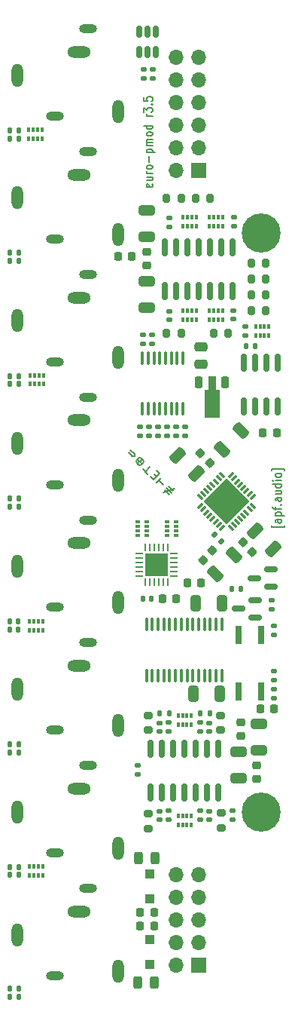
<source format=gbr>
%TF.GenerationSoftware,KiCad,Pcbnew,9.0.2*%
%TF.CreationDate,2025-05-30T14:59:29+02:00*%
%TF.ProjectId,eurorack-pmod-pcb,6575726f-7261-4636-9b2d-706d6f642d70,rev?*%
%TF.SameCoordinates,Original*%
%TF.FileFunction,Soldermask,Top*%
%TF.FilePolarity,Negative*%
%FSLAX46Y46*%
G04 Gerber Fmt 4.6, Leading zero omitted, Abs format (unit mm)*
G04 Created by KiCad (PCBNEW 9.0.2) date 2025-05-30 14:59:29*
%MOMM*%
%LPD*%
G01*
G04 APERTURE LIST*
G04 Aperture macros list*
%AMRoundRect*
0 Rectangle with rounded corners*
0 $1 Rounding radius*
0 $2 $3 $4 $5 $6 $7 $8 $9 X,Y pos of 4 corners*
0 Add a 4 corners polygon primitive as box body*
4,1,4,$2,$3,$4,$5,$6,$7,$8,$9,$2,$3,0*
0 Add four circle primitives for the rounded corners*
1,1,$1+$1,$2,$3*
1,1,$1+$1,$4,$5*
1,1,$1+$1,$6,$7*
1,1,$1+$1,$8,$9*
0 Add four rect primitives between the rounded corners*
20,1,$1+$1,$2,$3,$4,$5,0*
20,1,$1+$1,$4,$5,$6,$7,0*
20,1,$1+$1,$6,$7,$8,$9,0*
20,1,$1+$1,$8,$9,$2,$3,0*%
%AMRotRect*
0 Rectangle, with rotation*
0 The origin of the aperture is its center*
0 $1 length*
0 $2 width*
0 $3 Rotation angle, in degrees counterclockwise*
0 Add horizontal line*
21,1,$1,$2,0,0,$3*%
%AMFreePoly0*
4,1,9,3.862500,-0.866500,0.737500,-0.866500,0.737500,-0.450000,-0.737500,-0.450000,-0.737500,0.450000,0.737500,0.450000,0.737500,0.866500,3.862500,0.866500,3.862500,-0.866500,3.862500,-0.866500,$1*%
G04 Aperture macros list end*
%ADD10C,0.150000*%
%ADD11RoundRect,0.147500X0.147500X0.172500X-0.147500X0.172500X-0.147500X-0.172500X0.147500X-0.172500X0*%
%ADD12RoundRect,0.200000X-0.200000X-0.275000X0.200000X-0.275000X0.200000X0.275000X-0.200000X0.275000X0*%
%ADD13RoundRect,0.150000X-0.150000X0.825000X-0.150000X-0.825000X0.150000X-0.825000X0.150000X0.825000X0*%
%ADD14RoundRect,0.140000X0.170000X-0.140000X0.170000X0.140000X-0.170000X0.140000X-0.170000X-0.140000X0*%
%ADD15RoundRect,0.135000X0.185000X-0.135000X0.185000X0.135000X-0.185000X0.135000X-0.185000X-0.135000X0*%
%ADD16R,0.400000X0.500000*%
%ADD17R,0.300000X0.500000*%
%ADD18RoundRect,0.200000X0.275000X-0.200000X0.275000X0.200000X-0.275000X0.200000X-0.275000X-0.200000X0*%
%ADD19RoundRect,0.225000X-0.335876X-0.017678X-0.017678X-0.335876X0.335876X0.017678X0.017678X0.335876X0*%
%ADD20RoundRect,0.250000X-0.650000X0.325000X-0.650000X-0.325000X0.650000X-0.325000X0.650000X0.325000X0*%
%ADD21RoundRect,0.135000X-0.185000X0.135000X-0.185000X-0.135000X0.185000X-0.135000X0.185000X0.135000X0*%
%ADD22O,1.308000X2.616000*%
%ADD23O,2.016000X1.008000*%
%ADD24O,2.616000X1.308000*%
%ADD25R,1.100000X1.100000*%
%ADD26RoundRect,0.250000X0.229810X-0.689429X0.689429X-0.229810X-0.229810X0.689429X-0.689429X0.229810X0*%
%ADD27RoundRect,0.140000X-0.170000X0.140000X-0.170000X-0.140000X0.170000X-0.140000X0.170000X0.140000X0*%
%ADD28C,0.700000*%
%ADD29C,4.400000*%
%ADD30RoundRect,0.200000X-0.275000X0.200000X-0.275000X-0.200000X0.275000X-0.200000X0.275000X0.200000X0*%
%ADD31RoundRect,0.062500X0.282843X-0.194454X-0.194454X0.282843X-0.282843X0.194454X0.194454X-0.282843X0*%
%ADD32RoundRect,0.062500X0.282843X0.194454X0.194454X0.282843X-0.282843X-0.194454X-0.194454X-0.282843X0*%
%ADD33RotRect,3.700000X3.700000X135.000000*%
%ADD34RoundRect,0.140000X0.140000X0.170000X-0.140000X0.170000X-0.140000X-0.170000X0.140000X-0.170000X0*%
%ADD35RoundRect,0.225000X-0.225000X-0.250000X0.225000X-0.250000X0.225000X0.250000X-0.225000X0.250000X0*%
%ADD36RoundRect,0.135000X-0.226274X-0.035355X-0.035355X-0.226274X0.226274X0.035355X0.035355X0.226274X0*%
%ADD37R,1.700000X1.700000*%
%ADD38O,1.700000X1.700000*%
%ADD39RoundRect,0.200000X0.200000X0.275000X-0.200000X0.275000X-0.200000X-0.275000X0.200000X-0.275000X0*%
%ADD40RoundRect,0.250000X0.475000X-0.250000X0.475000X0.250000X-0.475000X0.250000X-0.475000X-0.250000X0*%
%ADD41RoundRect,0.135000X-0.135000X-0.185000X0.135000X-0.185000X0.135000X0.185000X-0.135000X0.185000X0*%
%ADD42RoundRect,0.100000X-0.100000X0.637500X-0.100000X-0.637500X0.100000X-0.637500X0.100000X0.637500X0*%
%ADD43RoundRect,0.250000X0.325000X0.650000X-0.325000X0.650000X-0.325000X-0.650000X0.325000X-0.650000X0*%
%ADD44RoundRect,0.225000X0.225000X0.250000X-0.225000X0.250000X-0.225000X-0.250000X0.225000X-0.250000X0*%
%ADD45RoundRect,0.250000X-0.229810X0.689429X-0.689429X0.229810X0.229810X-0.689429X0.689429X-0.229810X0*%
%ADD46RoundRect,0.225000X0.335876X0.017678X0.017678X0.335876X-0.335876X-0.017678X-0.017678X-0.335876X0*%
%ADD47RoundRect,0.225000X-0.225000X0.425000X-0.225000X-0.425000X0.225000X-0.425000X0.225000X0.425000X0*%
%ADD48FreePoly0,270.000000*%
%ADD49RoundRect,0.250000X0.689429X0.229810X0.229810X0.689429X-0.689429X-0.229810X-0.229810X-0.689429X0*%
%ADD50RoundRect,0.225000X-0.250000X0.225000X-0.250000X-0.225000X0.250000X-0.225000X0.250000X0.225000X0*%
%ADD51RoundRect,0.218750X-0.218750X-0.256250X0.218750X-0.256250X0.218750X0.256250X-0.218750X0.256250X0*%
%ADD52RoundRect,0.243750X0.243750X0.456250X-0.243750X0.456250X-0.243750X-0.456250X0.243750X-0.456250X0*%
%ADD53RoundRect,0.135000X0.135000X0.185000X-0.135000X0.185000X-0.135000X-0.185000X0.135000X-0.185000X0*%
%ADD54RoundRect,0.150000X0.587500X0.150000X-0.587500X0.150000X-0.587500X-0.150000X0.587500X-0.150000X0*%
%ADD55R,0.500000X0.400000*%
%ADD56R,0.500000X0.300000*%
%ADD57RoundRect,0.150000X0.150000X-0.825000X0.150000X0.825000X-0.150000X0.825000X-0.150000X-0.825000X0*%
%ADD58RoundRect,0.225000X0.017678X-0.335876X0.335876X-0.017678X-0.017678X0.335876X-0.335876X0.017678X0*%
%ADD59RoundRect,0.062500X0.062500X-0.350000X0.062500X0.350000X-0.062500X0.350000X-0.062500X-0.350000X0*%
%ADD60RoundRect,0.062500X0.350000X-0.062500X0.350000X0.062500X-0.350000X0.062500X-0.350000X-0.062500X0*%
%ADD61R,2.600000X2.600000*%
%ADD62R,0.640000X2.000000*%
%ADD63RoundRect,0.150000X0.150000X-0.512500X0.150000X0.512500X-0.150000X0.512500X-0.150000X-0.512500X0*%
%ADD64RoundRect,0.250000X-0.689429X-0.229810X-0.229810X-0.689429X0.689429X0.229810X0.229810X0.689429X0*%
%ADD65RoundRect,0.225000X0.250000X-0.225000X0.250000X0.225000X-0.250000X0.225000X-0.250000X-0.225000X0*%
G04 APERTURE END LIST*
D10*
X-3251800Y-18263125D02*
X-3204180Y-18344077D01*
X-3204180Y-18344077D02*
X-3204180Y-18505982D01*
X-3204180Y-18505982D02*
X-3251800Y-18586935D01*
X-3251800Y-18586935D02*
X-3347038Y-18627411D01*
X-3347038Y-18627411D02*
X-3727990Y-18627411D01*
X-3727990Y-18627411D02*
X-3823228Y-18586935D01*
X-3823228Y-18586935D02*
X-3870847Y-18505982D01*
X-3870847Y-18505982D02*
X-3870847Y-18344077D01*
X-3870847Y-18344077D02*
X-3823228Y-18263125D01*
X-3823228Y-18263125D02*
X-3727990Y-18222649D01*
X-3727990Y-18222649D02*
X-3632752Y-18222649D01*
X-3632752Y-18222649D02*
X-3537514Y-18627411D01*
X-3870847Y-17494078D02*
X-3204180Y-17494078D01*
X-3870847Y-17858364D02*
X-3347038Y-17858364D01*
X-3347038Y-17858364D02*
X-3251800Y-17817887D01*
X-3251800Y-17817887D02*
X-3204180Y-17736935D01*
X-3204180Y-17736935D02*
X-3204180Y-17615506D01*
X-3204180Y-17615506D02*
X-3251800Y-17534554D01*
X-3251800Y-17534554D02*
X-3299419Y-17494078D01*
X-3204180Y-17089316D02*
X-3870847Y-17089316D01*
X-3680371Y-17089316D02*
X-3775609Y-17048839D01*
X-3775609Y-17048839D02*
X-3823228Y-17008363D01*
X-3823228Y-17008363D02*
X-3870847Y-16927411D01*
X-3870847Y-16927411D02*
X-3870847Y-16846458D01*
X-3204180Y-16441697D02*
X-3251800Y-16522649D01*
X-3251800Y-16522649D02*
X-3299419Y-16563126D01*
X-3299419Y-16563126D02*
X-3394657Y-16603602D01*
X-3394657Y-16603602D02*
X-3680371Y-16603602D01*
X-3680371Y-16603602D02*
X-3775609Y-16563126D01*
X-3775609Y-16563126D02*
X-3823228Y-16522649D01*
X-3823228Y-16522649D02*
X-3870847Y-16441697D01*
X-3870847Y-16441697D02*
X-3870847Y-16320268D01*
X-3870847Y-16320268D02*
X-3823228Y-16239316D01*
X-3823228Y-16239316D02*
X-3775609Y-16198840D01*
X-3775609Y-16198840D02*
X-3680371Y-16158364D01*
X-3680371Y-16158364D02*
X-3394657Y-16158364D01*
X-3394657Y-16158364D02*
X-3299419Y-16198840D01*
X-3299419Y-16198840D02*
X-3251800Y-16239316D01*
X-3251800Y-16239316D02*
X-3204180Y-16320268D01*
X-3204180Y-16320268D02*
X-3204180Y-16441697D01*
X-3585133Y-15794078D02*
X-3585133Y-15146459D01*
X-3870847Y-14741697D02*
X-2870847Y-14741697D01*
X-3823228Y-14741697D02*
X-3870847Y-14660744D01*
X-3870847Y-14660744D02*
X-3870847Y-14498839D01*
X-3870847Y-14498839D02*
X-3823228Y-14417887D01*
X-3823228Y-14417887D02*
X-3775609Y-14377411D01*
X-3775609Y-14377411D02*
X-3680371Y-14336935D01*
X-3680371Y-14336935D02*
X-3394657Y-14336935D01*
X-3394657Y-14336935D02*
X-3299419Y-14377411D01*
X-3299419Y-14377411D02*
X-3251800Y-14417887D01*
X-3251800Y-14417887D02*
X-3204180Y-14498839D01*
X-3204180Y-14498839D02*
X-3204180Y-14660744D01*
X-3204180Y-14660744D02*
X-3251800Y-14741697D01*
X-3204180Y-13972649D02*
X-3870847Y-13972649D01*
X-3775609Y-13972649D02*
X-3823228Y-13932172D01*
X-3823228Y-13932172D02*
X-3870847Y-13851220D01*
X-3870847Y-13851220D02*
X-3870847Y-13729791D01*
X-3870847Y-13729791D02*
X-3823228Y-13648839D01*
X-3823228Y-13648839D02*
X-3727990Y-13608363D01*
X-3727990Y-13608363D02*
X-3204180Y-13608363D01*
X-3727990Y-13608363D02*
X-3823228Y-13567887D01*
X-3823228Y-13567887D02*
X-3870847Y-13486934D01*
X-3870847Y-13486934D02*
X-3870847Y-13365506D01*
X-3870847Y-13365506D02*
X-3823228Y-13284553D01*
X-3823228Y-13284553D02*
X-3727990Y-13244077D01*
X-3727990Y-13244077D02*
X-3204180Y-13244077D01*
X-3204180Y-12717887D02*
X-3251800Y-12798839D01*
X-3251800Y-12798839D02*
X-3299419Y-12839316D01*
X-3299419Y-12839316D02*
X-3394657Y-12879792D01*
X-3394657Y-12879792D02*
X-3680371Y-12879792D01*
X-3680371Y-12879792D02*
X-3775609Y-12839316D01*
X-3775609Y-12839316D02*
X-3823228Y-12798839D01*
X-3823228Y-12798839D02*
X-3870847Y-12717887D01*
X-3870847Y-12717887D02*
X-3870847Y-12596458D01*
X-3870847Y-12596458D02*
X-3823228Y-12515506D01*
X-3823228Y-12515506D02*
X-3775609Y-12475030D01*
X-3775609Y-12475030D02*
X-3680371Y-12434554D01*
X-3680371Y-12434554D02*
X-3394657Y-12434554D01*
X-3394657Y-12434554D02*
X-3299419Y-12475030D01*
X-3299419Y-12475030D02*
X-3251800Y-12515506D01*
X-3251800Y-12515506D02*
X-3204180Y-12596458D01*
X-3204180Y-12596458D02*
X-3204180Y-12717887D01*
X-3204180Y-11705982D02*
X-4204180Y-11705982D01*
X-3251800Y-11705982D02*
X-3204180Y-11786934D01*
X-3204180Y-11786934D02*
X-3204180Y-11948839D01*
X-3204180Y-11948839D02*
X-3251800Y-12029791D01*
X-3251800Y-12029791D02*
X-3299419Y-12070268D01*
X-3299419Y-12070268D02*
X-3394657Y-12110744D01*
X-3394657Y-12110744D02*
X-3680371Y-12110744D01*
X-3680371Y-12110744D02*
X-3775609Y-12070268D01*
X-3775609Y-12070268D02*
X-3823228Y-12029791D01*
X-3823228Y-12029791D02*
X-3870847Y-11948839D01*
X-3870847Y-11948839D02*
X-3870847Y-11786934D01*
X-3870847Y-11786934D02*
X-3823228Y-11705982D01*
X-3204180Y-10653601D02*
X-3870847Y-10653601D01*
X-3680371Y-10653601D02*
X-3775609Y-10613124D01*
X-3775609Y-10613124D02*
X-3823228Y-10572648D01*
X-3823228Y-10572648D02*
X-3870847Y-10491696D01*
X-3870847Y-10491696D02*
X-3870847Y-10410743D01*
X-4204180Y-10208363D02*
X-4204180Y-9682172D01*
X-4204180Y-9682172D02*
X-3823228Y-9965506D01*
X-3823228Y-9965506D02*
X-3823228Y-9844077D01*
X-3823228Y-9844077D02*
X-3775609Y-9763125D01*
X-3775609Y-9763125D02*
X-3727990Y-9722649D01*
X-3727990Y-9722649D02*
X-3632752Y-9682172D01*
X-3632752Y-9682172D02*
X-3394657Y-9682172D01*
X-3394657Y-9682172D02*
X-3299419Y-9722649D01*
X-3299419Y-9722649D02*
X-3251800Y-9763125D01*
X-3251800Y-9763125D02*
X-3204180Y-9844077D01*
X-3204180Y-9844077D02*
X-3204180Y-10086934D01*
X-3204180Y-10086934D02*
X-3251800Y-10167887D01*
X-3251800Y-10167887D02*
X-3299419Y-10208363D01*
X-3299419Y-9317887D02*
X-3251800Y-9277410D01*
X-3251800Y-9277410D02*
X-3204180Y-9317887D01*
X-3204180Y-9317887D02*
X-3251800Y-9358363D01*
X-3251800Y-9358363D02*
X-3299419Y-9317887D01*
X-3299419Y-9317887D02*
X-3204180Y-9317887D01*
X-4204180Y-8508363D02*
X-4204180Y-8913125D01*
X-4204180Y-8913125D02*
X-3727990Y-8953601D01*
X-3727990Y-8953601D02*
X-3775609Y-8913125D01*
X-3775609Y-8913125D02*
X-3823228Y-8832172D01*
X-3823228Y-8832172D02*
X-3823228Y-8629791D01*
X-3823228Y-8629791D02*
X-3775609Y-8548839D01*
X-3775609Y-8548839D02*
X-3727990Y-8508363D01*
X-3727990Y-8508363D02*
X-3632752Y-8467886D01*
X-3632752Y-8467886D02*
X-3394657Y-8467886D01*
X-3394657Y-8467886D02*
X-3299419Y-8508363D01*
X-3299419Y-8508363D02*
X-3251800Y-8548839D01*
X-3251800Y-8548839D02*
X-3204180Y-8629791D01*
X-3204180Y-8629791D02*
X-3204180Y-8832172D01*
X-3204180Y-8832172D02*
X-3251800Y-8913125D01*
X-3251800Y-8913125D02*
X-3299419Y-8953601D01*
X-5867432Y-48381060D02*
X-5429700Y-48818793D01*
X-5665402Y-48179030D02*
X-5227669Y-48616763D01*
X-5227669Y-48482076D02*
X-5227669Y-48818793D01*
X-5227669Y-48818793D02*
X-5564387Y-48818793D01*
X-4419547Y-49088167D02*
X-4284860Y-49222854D01*
X-4284860Y-49222854D02*
X-4217517Y-49424885D01*
X-4217517Y-49424885D02*
X-4284860Y-49626915D01*
X-4284860Y-49626915D02*
X-4419547Y-49761602D01*
X-4419547Y-49761602D02*
X-4621578Y-49828946D01*
X-4621578Y-49828946D02*
X-4823608Y-49761602D01*
X-4823608Y-49761602D02*
X-4958295Y-49626915D01*
X-4958295Y-49626915D02*
X-5025639Y-49424885D01*
X-5025639Y-49424885D02*
X-4958295Y-49222854D01*
X-4958295Y-49222854D02*
X-4823608Y-49088167D01*
X-4823608Y-49088167D02*
X-4621578Y-49020823D01*
X-4621578Y-49020823D02*
X-4419547Y-49088167D01*
X-4823608Y-49222854D02*
X-4419547Y-49626915D01*
X-4419547Y-49222854D02*
X-4823608Y-49626915D01*
X-4284860Y-50300350D02*
X-3746112Y-50839098D01*
X-4015486Y-50569724D02*
X-3476738Y-50030976D01*
X-2735960Y-51108472D02*
X-2971662Y-50872769D01*
X-3443067Y-51142144D02*
X-3106349Y-51478861D01*
X-3106349Y-51478861D02*
X-2399242Y-50771754D01*
X-2399242Y-50771754D02*
X-2735960Y-50435037D01*
X-2769632Y-51815579D02*
X-2230884Y-51276831D01*
X-2500258Y-51546205D02*
X-1961510Y-52084953D01*
X-1826823Y-52623700D02*
X-1288075Y-53162448D01*
X-1624792Y-52421670D02*
X-1086044Y-52960418D01*
X-1422762Y-52219639D02*
X-884014Y-52758387D01*
X-749327Y-52489013D02*
X-1961510Y-52893074D01*
X11633152Y-56606077D02*
X11633152Y-56808458D01*
X11633152Y-56808458D02*
X10204580Y-56808458D01*
X10204580Y-56808458D02*
X10204580Y-56606077D01*
X11299819Y-55917982D02*
X10776009Y-55917982D01*
X10776009Y-55917982D02*
X10680771Y-55958458D01*
X10680771Y-55958458D02*
X10633152Y-56039410D01*
X10633152Y-56039410D02*
X10633152Y-56201315D01*
X10633152Y-56201315D02*
X10680771Y-56282268D01*
X11252200Y-55917982D02*
X11299819Y-55998934D01*
X11299819Y-55998934D02*
X11299819Y-56201315D01*
X11299819Y-56201315D02*
X11252200Y-56282268D01*
X11252200Y-56282268D02*
X11156961Y-56322744D01*
X11156961Y-56322744D02*
X11061723Y-56322744D01*
X11061723Y-56322744D02*
X10966485Y-56282268D01*
X10966485Y-56282268D02*
X10918866Y-56201315D01*
X10918866Y-56201315D02*
X10918866Y-55998934D01*
X10918866Y-55998934D02*
X10871247Y-55917982D01*
X10633152Y-55513220D02*
X11633152Y-55513220D01*
X10680771Y-55513220D02*
X10633152Y-55432267D01*
X10633152Y-55432267D02*
X10633152Y-55270362D01*
X10633152Y-55270362D02*
X10680771Y-55189410D01*
X10680771Y-55189410D02*
X10728390Y-55148934D01*
X10728390Y-55148934D02*
X10823628Y-55108458D01*
X10823628Y-55108458D02*
X11109342Y-55108458D01*
X11109342Y-55108458D02*
X11204580Y-55148934D01*
X11204580Y-55148934D02*
X11252200Y-55189410D01*
X11252200Y-55189410D02*
X11299819Y-55270362D01*
X11299819Y-55270362D02*
X11299819Y-55432267D01*
X11299819Y-55432267D02*
X11252200Y-55513220D01*
X10633152Y-54865600D02*
X10633152Y-54541791D01*
X11299819Y-54744172D02*
X10442676Y-54744172D01*
X10442676Y-54744172D02*
X10347438Y-54703695D01*
X10347438Y-54703695D02*
X10299819Y-54622743D01*
X10299819Y-54622743D02*
X10299819Y-54541791D01*
X11204580Y-54258458D02*
X11252200Y-54217981D01*
X11252200Y-54217981D02*
X11299819Y-54258458D01*
X11299819Y-54258458D02*
X11252200Y-54298934D01*
X11252200Y-54298934D02*
X11204580Y-54258458D01*
X11204580Y-54258458D02*
X11299819Y-54258458D01*
X11299819Y-53489410D02*
X10776009Y-53489410D01*
X10776009Y-53489410D02*
X10680771Y-53529886D01*
X10680771Y-53529886D02*
X10633152Y-53610838D01*
X10633152Y-53610838D02*
X10633152Y-53772743D01*
X10633152Y-53772743D02*
X10680771Y-53853696D01*
X11252200Y-53489410D02*
X11299819Y-53570362D01*
X11299819Y-53570362D02*
X11299819Y-53772743D01*
X11299819Y-53772743D02*
X11252200Y-53853696D01*
X11252200Y-53853696D02*
X11156961Y-53894172D01*
X11156961Y-53894172D02*
X11061723Y-53894172D01*
X11061723Y-53894172D02*
X10966485Y-53853696D01*
X10966485Y-53853696D02*
X10918866Y-53772743D01*
X10918866Y-53772743D02*
X10918866Y-53570362D01*
X10918866Y-53570362D02*
X10871247Y-53489410D01*
X10633152Y-52720362D02*
X11299819Y-52720362D01*
X10633152Y-53084648D02*
X11156961Y-53084648D01*
X11156961Y-53084648D02*
X11252200Y-53044171D01*
X11252200Y-53044171D02*
X11299819Y-52963219D01*
X11299819Y-52963219D02*
X11299819Y-52841790D01*
X11299819Y-52841790D02*
X11252200Y-52760838D01*
X11252200Y-52760838D02*
X11204580Y-52720362D01*
X11299819Y-51951314D02*
X10299819Y-51951314D01*
X11252200Y-51951314D02*
X11299819Y-52032266D01*
X11299819Y-52032266D02*
X11299819Y-52194171D01*
X11299819Y-52194171D02*
X11252200Y-52275123D01*
X11252200Y-52275123D02*
X11204580Y-52315600D01*
X11204580Y-52315600D02*
X11109342Y-52356076D01*
X11109342Y-52356076D02*
X10823628Y-52356076D01*
X10823628Y-52356076D02*
X10728390Y-52315600D01*
X10728390Y-52315600D02*
X10680771Y-52275123D01*
X10680771Y-52275123D02*
X10633152Y-52194171D01*
X10633152Y-52194171D02*
X10633152Y-52032266D01*
X10633152Y-52032266D02*
X10680771Y-51951314D01*
X11299819Y-51546552D02*
X10633152Y-51546552D01*
X10299819Y-51546552D02*
X10347438Y-51587028D01*
X10347438Y-51587028D02*
X10395057Y-51546552D01*
X10395057Y-51546552D02*
X10347438Y-51506075D01*
X10347438Y-51506075D02*
X10299819Y-51546552D01*
X10299819Y-51546552D02*
X10395057Y-51546552D01*
X11299819Y-51020361D02*
X11252200Y-51101313D01*
X11252200Y-51101313D02*
X11204580Y-51141790D01*
X11204580Y-51141790D02*
X11109342Y-51182266D01*
X11109342Y-51182266D02*
X10823628Y-51182266D01*
X10823628Y-51182266D02*
X10728390Y-51141790D01*
X10728390Y-51141790D02*
X10680771Y-51101313D01*
X10680771Y-51101313D02*
X10633152Y-51020361D01*
X10633152Y-51020361D02*
X10633152Y-50898932D01*
X10633152Y-50898932D02*
X10680771Y-50817980D01*
X10680771Y-50817980D02*
X10728390Y-50777504D01*
X10728390Y-50777504D02*
X10823628Y-50737028D01*
X10823628Y-50737028D02*
X11109342Y-50737028D01*
X11109342Y-50737028D02*
X11204580Y-50777504D01*
X11204580Y-50777504D02*
X11252200Y-50817980D01*
X11252200Y-50817980D02*
X11299819Y-50898932D01*
X11299819Y-50898932D02*
X11299819Y-51020361D01*
X11633152Y-50453694D02*
X11633152Y-50251313D01*
X11633152Y-50251313D02*
X10204580Y-50251313D01*
X10204580Y-50251313D02*
X10204580Y-50453694D01*
D11*
%TO.C,D7*%
X-18254000Y-39827200D03*
X-19224000Y-39827200D03*
%TD*%
D12*
%TO.C,R9*%
X3684000Y-35001200D03*
X5334000Y-35001200D03*
%TD*%
D13*
%TO.C,U9*%
X10883400Y-38292000D03*
X9613400Y-38292000D03*
X8343400Y-38292000D03*
X7073400Y-38292000D03*
X7073400Y-43242000D03*
X8343400Y-43242000D03*
X9613400Y-43242000D03*
X10883400Y-43242000D03*
%TD*%
D14*
%TO.C,C18*%
X-1270000Y-33500000D03*
X-1270000Y-32540000D03*
%TD*%
D15*
%TO.C,R36*%
X10496000Y-74012999D03*
X10496000Y-72993001D03*
%TD*%
D13*
%TO.C,U2*%
X4216400Y-81675200D03*
X2946400Y-81675200D03*
X1676400Y-81675200D03*
X406400Y-81675200D03*
X-863600Y-81675200D03*
X-2133600Y-81675200D03*
X-3403600Y-81675200D03*
X-3403600Y-86625200D03*
X-2133600Y-86625200D03*
X-863600Y-86625200D03*
X406400Y-86625200D03*
X1676400Y-86625200D03*
X2946400Y-86625200D03*
X4216400Y-86625200D03*
%TD*%
D11*
%TO.C,D18*%
X-18254000Y-109524800D03*
X-19224000Y-109524800D03*
%TD*%
D16*
%TO.C,RN11*%
X-17056800Y-95902400D03*
D17*
X-16556800Y-95902400D03*
X-16056800Y-95902400D03*
D16*
X-15556800Y-95902400D03*
X-15556800Y-94902400D03*
D17*
X-16056800Y-94902400D03*
X-16556800Y-94902400D03*
D16*
X-17056800Y-94902400D03*
%TD*%
D18*
%TO.C,R18*%
X4495800Y-79565000D03*
X4495800Y-77915000D03*
%TD*%
D12*
%TO.C,R13*%
X7925000Y-27178000D03*
X9575000Y-27178000D03*
%TD*%
D19*
%TO.C,C17*%
X6952823Y-58492198D03*
X8048839Y-59588214D03*
%TD*%
D20*
%TO.C,C4*%
X6496000Y-82009000D03*
X6496000Y-84959000D03*
%TD*%
D11*
%TO.C,D11*%
X-18304800Y-67411600D03*
X-19274800Y-67411600D03*
%TD*%
%TO.C,D5*%
X-18254000Y-26009600D03*
X-19224000Y-26009600D03*
%TD*%
D21*
%TO.C,R2*%
X-3184000Y-5380000D03*
X-3184000Y-6400000D03*
%TD*%
D22*
%TO.C,J10*%
X-18382000Y-88772626D03*
D23*
X-10482000Y-83572626D03*
D24*
X-11482000Y-86172626D03*
D23*
X-14182000Y-93372626D03*
D22*
X-7082000Y-92872626D03*
%TD*%
D25*
%TO.C,D2*%
X-3494471Y-105861456D03*
X-3494471Y-103061456D03*
%TD*%
D15*
%TO.C,R8*%
X-4241800Y-36197600D03*
X-4241800Y-35177600D03*
%TD*%
D12*
%TO.C,R10*%
X7925000Y-32512000D03*
X9575000Y-32512000D03*
%TD*%
D22*
%TO.C,J5*%
X-18382000Y-19829771D03*
D23*
X-10482000Y-14629771D03*
D24*
X-11482000Y-17229771D03*
D23*
X-14182000Y-24429771D03*
D22*
X-7082000Y-23929771D03*
%TD*%
D26*
%TO.C,C12*%
X4650446Y-48032983D03*
X6736412Y-45947017D03*
%TD*%
D21*
%TO.C,R33*%
X10476000Y-67888001D03*
X10476000Y-68907999D03*
%TD*%
D15*
%TO.C,R4*%
X10246000Y-65987998D03*
X10246000Y-64968000D03*
%TD*%
D27*
%TO.C,C25*%
X3225800Y-88674000D03*
X3225800Y-89634000D03*
%TD*%
D14*
%TO.C,C19*%
X5906000Y-33423800D03*
X5906000Y-32463800D03*
%TD*%
D16*
%TO.C,RN6*%
X-318200Y-90238200D03*
D17*
X181800Y-90238200D03*
X681800Y-90238200D03*
D16*
X1181800Y-90238200D03*
X1181800Y-89238200D03*
D17*
X681800Y-89238200D03*
X181800Y-89238200D03*
D16*
X-318200Y-89238200D03*
%TD*%
%TO.C,RN7*%
X8406000Y-35306000D03*
D17*
X8906000Y-35306000D03*
X9406000Y-35306000D03*
D16*
X9906000Y-35306000D03*
X9906000Y-34306000D03*
D17*
X9406000Y-34306000D03*
X8906000Y-34306000D03*
D16*
X8406000Y-34306000D03*
%TD*%
D28*
%TO.C,H2*%
X7350000Y-88833274D03*
X7833274Y-87666548D03*
X7833274Y-90000000D03*
X9000000Y-87183274D03*
D29*
X9000000Y-88833274D03*
D28*
X9000000Y-90483274D03*
X10166726Y-87666548D03*
X10166726Y-90000000D03*
X10650000Y-88833274D03*
%TD*%
D30*
%TO.C,R26*%
X-3632200Y-88964000D03*
X-3632200Y-90614000D03*
%TD*%
D31*
%TO.C,U1*%
X5606156Y-56906423D03*
X5959709Y-56552870D03*
X6313263Y-56199317D03*
X6666816Y-55845763D03*
X7020369Y-55492210D03*
X7373923Y-55138657D03*
X7727476Y-54785103D03*
X8081029Y-54431550D03*
D32*
X8081029Y-53441600D03*
X7727476Y-53088047D03*
X7373923Y-52734493D03*
X7020369Y-52380940D03*
X6666816Y-52027387D03*
X6313263Y-51673833D03*
X5959709Y-51320280D03*
X5606156Y-50966727D03*
D31*
X4616206Y-50966727D03*
X4262653Y-51320280D03*
X3909099Y-51673833D03*
X3555546Y-52027387D03*
X3201993Y-52380940D03*
X2848439Y-52734493D03*
X2494886Y-53088047D03*
X2141333Y-53441600D03*
D32*
X2141333Y-54431550D03*
X2494886Y-54785103D03*
X2848439Y-55138657D03*
X3201993Y-55492210D03*
X3555546Y-55845763D03*
X3909099Y-56199317D03*
X4262653Y-56552870D03*
X4616206Y-56906423D03*
D33*
X5111181Y-53936575D03*
%TD*%
D20*
%TO.C,C9*%
X-3810000Y-21211000D03*
X-3810000Y-24161000D03*
%TD*%
D21*
%TO.C,R24*%
X-1346200Y-78738000D03*
X-1346200Y-79758000D03*
%TD*%
D11*
%TO.C,D15*%
X-18254000Y-94945200D03*
X-19224000Y-94945200D03*
%TD*%
D16*
%TO.C,RN8*%
X-17107600Y-13200000D03*
D17*
X-16607600Y-13200000D03*
X-16107600Y-13200000D03*
D16*
X-15607600Y-13200000D03*
X-15607600Y-12200000D03*
D17*
X-16107600Y-12200000D03*
X-16607600Y-12200000D03*
D16*
X-17107600Y-12200000D03*
%TD*%
D11*
%TO.C,D9*%
X-18269900Y-53594000D03*
X-19239900Y-53594000D03*
%TD*%
D20*
%TO.C,C5*%
X8782000Y-78867000D03*
X8782000Y-81817000D03*
%TD*%
D34*
%TO.C,C30*%
X-3325110Y-64837568D03*
X-4285110Y-64837568D03*
%TD*%
D35*
%TO.C,C1*%
X9221000Y-46218000D03*
X10771000Y-46218000D03*
%TD*%
D28*
%TO.C,H1*%
X7350000Y-23750000D03*
X7833274Y-22583274D03*
X7833274Y-24916726D03*
X9000000Y-22100000D03*
D29*
X9000000Y-23750000D03*
D28*
X9000000Y-25400000D03*
X10166726Y-22583274D03*
X10166726Y-24916726D03*
X10650000Y-23750000D03*
%TD*%
D16*
%TO.C,RN10*%
X-17056800Y-68368800D03*
D17*
X-16556800Y-68368800D03*
X-16056800Y-68368800D03*
D16*
X-15556800Y-68368800D03*
X-15556800Y-67368800D03*
D17*
X-16056800Y-67368800D03*
X-16556800Y-67368800D03*
D16*
X-17056800Y-67368800D03*
%TD*%
D36*
%TO.C,R34*%
X3784883Y-57654729D03*
X4506131Y-58375977D03*
%TD*%
D37*
%TO.C,J1*%
X2000000Y-105975000D03*
D38*
X-540000Y-105975000D03*
X2000000Y-103435000D03*
X-540000Y-103435000D03*
X2000000Y-100895000D03*
X-540000Y-100895000D03*
X2000000Y-98355000D03*
X-540000Y-98355000D03*
X2000000Y-95815000D03*
X-540000Y-95815000D03*
%TD*%
D16*
%TO.C,RN3*%
X3174800Y-22979000D03*
D17*
X3674800Y-22979000D03*
X4174800Y-22979000D03*
D16*
X4674800Y-22979000D03*
X4674800Y-21979000D03*
D17*
X4174800Y-21979000D03*
X3674800Y-21979000D03*
D16*
X3174800Y-21979000D03*
%TD*%
D39*
%TO.C,R15*%
X50800Y-19837400D03*
X-1599200Y-19837400D03*
%TD*%
%TO.C,R6*%
X50800Y-35052000D03*
X-1599200Y-35052000D03*
%TD*%
D40*
%TO.C,C33*%
X2246000Y-38468000D03*
X2246000Y-36568002D03*
%TD*%
D30*
%TO.C,R30*%
X4521200Y-88887800D03*
X4521200Y-90537800D03*
%TD*%
D41*
%TO.C,R23*%
X-2364200Y-77724000D03*
X-1344200Y-77724000D03*
%TD*%
D16*
%TO.C,RN1*%
X253800Y-33520000D03*
D17*
X753800Y-33520000D03*
X1253800Y-33520000D03*
D16*
X1753800Y-33520000D03*
X1753800Y-32520000D03*
D17*
X1253800Y-32520000D03*
X753800Y-32520000D03*
D16*
X253800Y-32520000D03*
%TD*%
D21*
%TO.C,R25*%
X-508000Y-45490000D03*
X-508000Y-46510000D03*
%TD*%
D42*
%TO.C,U4*%
X217600Y-37803500D03*
X-432400Y-37803500D03*
X-1082400Y-37803500D03*
X-1732400Y-37803500D03*
X-2382400Y-37803500D03*
X-3032400Y-37803500D03*
X-3682400Y-37803500D03*
X-4332400Y-37803500D03*
X-4332400Y-43528500D03*
X-3682400Y-43528500D03*
X-3032400Y-43528500D03*
X-2382400Y-43528500D03*
X-1732400Y-43528500D03*
X-1082400Y-43528500D03*
X-432400Y-43528500D03*
X217600Y-43528500D03*
%TD*%
D43*
%TO.C,C3*%
X4629600Y-65340000D03*
X1679600Y-65340000D03*
%TD*%
D25*
%TO.C,D1*%
X-3510256Y-98541042D03*
X-3510256Y-95741042D03*
%TD*%
D11*
%TO.C,D6*%
X-18254000Y-26924000D03*
X-19224000Y-26924000D03*
%TD*%
D21*
%TO.C,R11*%
X-4572000Y-45490000D03*
X-4572000Y-46510000D03*
%TD*%
D44*
%TO.C,C8*%
X-5524200Y-26416000D03*
X-7074200Y-26416000D03*
%TD*%
D43*
%TO.C,C28*%
X4375000Y-75500000D03*
X1425000Y-75500000D03*
%TD*%
D45*
%TO.C,C16*%
X5974412Y-59917017D03*
X3888446Y-62002983D03*
%TD*%
D46*
%TO.C,C14*%
X3227582Y-49578753D03*
X2131566Y-48482737D03*
%TD*%
D22*
%TO.C,J9*%
X-18382000Y-74984055D03*
D23*
X-10482000Y-69784055D03*
D24*
X-11482000Y-72384055D03*
D23*
X-14182000Y-79584055D03*
D22*
X-7082000Y-79084055D03*
%TD*%
D47*
%TO.C,U8*%
X4996000Y-40518000D03*
D48*
X3496000Y-40605501D03*
D47*
X1996000Y-40518000D03*
%TD*%
D49*
%TO.C,C10*%
X1730565Y-50803336D03*
X-355401Y-48717370D03*
%TD*%
D15*
%TO.C,R27*%
X-1346200Y-89664000D03*
X-1346200Y-88644000D03*
%TD*%
D14*
%TO.C,C23*%
X-2362200Y-79728000D03*
X-2362200Y-78768000D03*
%TD*%
D50*
%TO.C,C13*%
X8528000Y-83538000D03*
X8528000Y-85088000D03*
%TD*%
D16*
%TO.C,RN2*%
X3174800Y-33520000D03*
D17*
X3674800Y-33520000D03*
X4174800Y-33520000D03*
D16*
X4674800Y-33520000D03*
X4674800Y-32520000D03*
D17*
X4174800Y-32520000D03*
X3674800Y-32520000D03*
D16*
X3174800Y-32520000D03*
%TD*%
D51*
%TO.C,L2*%
X-4583688Y-101538700D03*
X-3008688Y-101538700D03*
%TD*%
D14*
%TO.C,C22*%
X3225800Y-79728000D03*
X3225800Y-78768000D03*
%TD*%
D15*
%TO.C,R31*%
X2209800Y-89662000D03*
X2209800Y-88642000D03*
%TD*%
D11*
%TO.C,D12*%
X-18304800Y-68326000D03*
X-19274800Y-68326000D03*
%TD*%
D20*
%TO.C,C11*%
X-3810000Y-29179000D03*
X-3810000Y-32129000D03*
%TD*%
D52*
%TO.C,F3*%
X-2886964Y-93916554D03*
X-4761966Y-93916554D03*
%TD*%
D21*
%TO.C,R20*%
X2209800Y-78738000D03*
X2209800Y-79758000D03*
%TD*%
D18*
%TO.C,R22*%
X-3632200Y-79565000D03*
X-3632200Y-77915000D03*
%TD*%
D11*
%TO.C,D4*%
X-18269900Y-13157200D03*
X-19239900Y-13157200D03*
%TD*%
D41*
%TO.C,R42*%
X7354600Y-36449000D03*
X8374600Y-36449000D03*
%TD*%
D12*
%TO.C,R16*%
X7925000Y-28956000D03*
X9575000Y-28956000D03*
%TD*%
D21*
%TO.C,R29*%
X508000Y-45490000D03*
X508000Y-46510000D03*
%TD*%
D11*
%TO.C,D16*%
X-18254000Y-95859600D03*
X-19224000Y-95859600D03*
%TD*%
D35*
%TO.C,C29*%
X743313Y-63076925D03*
X2293313Y-63076925D03*
%TD*%
D51*
%TO.C,L1*%
X-4575000Y-100076000D03*
X-3000000Y-100076000D03*
%TD*%
D11*
%TO.C,D17*%
X-18254000Y-108610400D03*
X-19224000Y-108610400D03*
%TD*%
D52*
%TO.C,F2*%
X-3011922Y-107892910D03*
X-4886924Y-107892910D03*
%TD*%
D44*
%TO.C,C32*%
X10496000Y-77218000D03*
X8946000Y-77218000D03*
%TD*%
D21*
%TO.C,R35*%
X10496000Y-74983001D03*
X10496000Y-76002999D03*
%TD*%
D53*
%TO.C,R3*%
X6746000Y-63718000D03*
X5726002Y-63718000D03*
%TD*%
D54*
%TO.C,Q1*%
X10121001Y-63468000D03*
X10121001Y-61568000D03*
X8246000Y-62518000D03*
%TD*%
D12*
%TO.C,R12*%
X1638800Y-19862800D03*
X3288800Y-19862800D03*
%TD*%
%TO.C,R7*%
X7925000Y-30734000D03*
X9575000Y-30734000D03*
%TD*%
D15*
%TO.C,R5*%
X-3225800Y-36197600D03*
X-3225800Y-35177600D03*
%TD*%
D35*
%TO.C,C31*%
X-2085836Y-64860470D03*
X-535836Y-64860470D03*
%TD*%
D22*
%TO.C,J11*%
X-18382000Y-102561200D03*
D23*
X-10482000Y-97361200D03*
D24*
X-11482000Y-99961200D03*
D23*
X-14182000Y-107161200D03*
D22*
X-7082000Y-106661200D03*
%TD*%
D55*
%TO.C,RN12*%
X-3818000Y-57683500D03*
D56*
X-3818000Y-57183500D03*
X-3818000Y-56683500D03*
D55*
X-3818000Y-56183500D03*
X-4818000Y-56183500D03*
D56*
X-4818000Y-56683500D03*
X-4818000Y-57183500D03*
D55*
X-4818000Y-57683500D03*
%TD*%
D16*
%TO.C,RN9*%
X-16955200Y-40733600D03*
D17*
X-16455200Y-40733600D03*
X-15955200Y-40733600D03*
D16*
X-15455200Y-40733600D03*
X-15455200Y-39733600D03*
D17*
X-15955200Y-39733600D03*
X-16455200Y-39733600D03*
D16*
X-16955200Y-39733600D03*
%TD*%
D53*
%TO.C,R19*%
X3227800Y-77724000D03*
X2207800Y-77724000D03*
%TD*%
D21*
%TO.C,R28*%
X-4826000Y-83566000D03*
X-4826000Y-84586000D03*
%TD*%
D11*
%TO.C,D14*%
X-18254000Y-82092800D03*
X-19224000Y-82092800D03*
%TD*%
%TO.C,D8*%
X-18254000Y-40741600D03*
X-19224000Y-40741600D03*
%TD*%
D16*
%TO.C,RN4*%
X253800Y-22979000D03*
D17*
X753800Y-22979000D03*
X1253800Y-22979000D03*
D16*
X1753800Y-22979000D03*
X1753800Y-21979000D03*
D17*
X1253800Y-21979000D03*
X753800Y-21979000D03*
D16*
X253800Y-21979000D03*
%TD*%
D14*
%TO.C,C20*%
X6000000Y-22980000D03*
X6000000Y-22020000D03*
%TD*%
D27*
%TO.C,C24*%
X-2362200Y-88674000D03*
X-2362200Y-89634000D03*
%TD*%
D21*
%TO.C,R1*%
X-4200000Y-5380000D03*
X-4200000Y-6400000D03*
%TD*%
%TO.C,R14*%
X-3556000Y-45490000D03*
X-3556000Y-46510000D03*
%TD*%
%TO.C,R17*%
X-2540000Y-45490000D03*
X-2540000Y-46510000D03*
%TD*%
D57*
%TO.C,U3*%
X-1810000Y-30288000D03*
X-540000Y-30288000D03*
X730000Y-30288000D03*
X2000000Y-30288000D03*
X3270000Y-30288000D03*
X4540000Y-30288000D03*
X5810000Y-30288000D03*
X5810000Y-25338000D03*
X4540000Y-25338000D03*
X3270000Y-25338000D03*
X2000000Y-25338000D03*
X730000Y-25338000D03*
X-540000Y-25338000D03*
X-1810000Y-25338000D03*
%TD*%
D54*
%TO.C,U6*%
X8371000Y-66918000D03*
X8371000Y-65018000D03*
X6495999Y-65968000D03*
%TD*%
D22*
%TO.C,J7*%
X-18382000Y-47406913D03*
D23*
X-10482000Y-42206913D03*
D24*
X-11482000Y-44806913D03*
D23*
X-14182000Y-52006913D03*
D22*
X-7082000Y-51506913D03*
%TD*%
D16*
%TO.C,RN5*%
X1181800Y-77986000D03*
D17*
X681800Y-77986000D03*
X181800Y-77986000D03*
D16*
X-318200Y-77986000D03*
X-318200Y-78986000D03*
D17*
X181800Y-78986000D03*
X681800Y-78986000D03*
D16*
X1181800Y-78986000D03*
%TD*%
D58*
%TO.C,C2*%
X2466091Y-60474299D03*
X3562107Y-59378283D03*
%TD*%
D55*
%TO.C,RN13*%
X-548000Y-57683500D03*
D56*
X-548000Y-57183500D03*
X-548000Y-56683500D03*
D55*
X-548000Y-56183500D03*
X-1548000Y-56183500D03*
D56*
X-1548000Y-56683500D03*
X-1548000Y-57183500D03*
D55*
X-1548000Y-57683500D03*
%TD*%
D21*
%TO.C,R21*%
X-1524000Y-45490000D03*
X-1524000Y-46510000D03*
%TD*%
D15*
%TO.C,R32*%
X5842000Y-89662000D03*
X5842000Y-88642000D03*
%TD*%
D42*
%TO.C,U10*%
X4589000Y-67715500D03*
X3939000Y-67715500D03*
X3289000Y-67715500D03*
X2639000Y-67715500D03*
X1989000Y-67715500D03*
X1339000Y-67715500D03*
X689000Y-67715500D03*
X39000Y-67715500D03*
X-611000Y-67715500D03*
X-1261000Y-67715500D03*
X-1911000Y-67715500D03*
X-2561000Y-67715500D03*
X-3211000Y-67715500D03*
X-3861000Y-67715500D03*
X-3861000Y-73440500D03*
X-3211000Y-73440500D03*
X-2561000Y-73440500D03*
X-1911000Y-73440500D03*
X-1261000Y-73440500D03*
X-611000Y-73440500D03*
X39000Y-73440500D03*
X689000Y-73440500D03*
X1339000Y-73440500D03*
X1989000Y-73440500D03*
X2639000Y-73440500D03*
X3289000Y-73440500D03*
X3939000Y-73440500D03*
X4589000Y-73440500D03*
%TD*%
D50*
%TO.C,C15*%
X6750000Y-78725000D03*
X6750000Y-80275000D03*
%TD*%
D14*
%TO.C,C21*%
X-1270000Y-23058000D03*
X-1270000Y-22098000D03*
%TD*%
D59*
%TO.C,U7*%
X-3972883Y-62979979D03*
X-3472883Y-62979979D03*
X-2972883Y-62979979D03*
X-2472883Y-62979979D03*
X-1972883Y-62979979D03*
X-1472883Y-62979979D03*
D60*
X-785383Y-62292479D03*
X-785383Y-61792479D03*
X-785383Y-61292479D03*
X-785383Y-60792479D03*
X-785383Y-60292479D03*
X-785383Y-59792479D03*
D59*
X-1472883Y-59104979D03*
X-1972883Y-59104979D03*
X-2472883Y-59104979D03*
X-2972883Y-59104979D03*
X-3472883Y-59104979D03*
X-3972883Y-59104979D03*
D60*
X-4660383Y-59792479D03*
X-4660383Y-60292479D03*
X-4660383Y-60792479D03*
X-4660383Y-61292479D03*
X-4660383Y-61792479D03*
X-4660383Y-62292479D03*
D61*
X-2722883Y-61042479D03*
%TD*%
D11*
%TO.C,D3*%
X-18269900Y-12242800D03*
X-19239900Y-12242800D03*
%TD*%
D22*
%TO.C,J4*%
X-18382000Y-6041200D03*
D23*
X-10482000Y-841200D03*
D24*
X-11482000Y-3441200D03*
D23*
X-14182000Y-10641200D03*
D22*
X-7082000Y-10141200D03*
%TD*%
%TO.C,J6*%
X-18382000Y-33618342D03*
D23*
X-10482000Y-28418342D03*
D24*
X-11482000Y-31018342D03*
D23*
X-14182000Y-38218342D03*
D22*
X-7082000Y-37718342D03*
%TD*%
%TO.C,J8*%
X-18382000Y-61195484D03*
D23*
X-10482000Y-55995484D03*
D24*
X-11482000Y-58595484D03*
D23*
X-14182000Y-65795484D03*
D22*
X-7082000Y-65295484D03*
%TD*%
D11*
%TO.C,D13*%
X-18254000Y-81178400D03*
X-19224000Y-81178400D03*
%TD*%
D62*
%TO.C,U11*%
X9016000Y-68918000D03*
X6476000Y-68918000D03*
X6476000Y-75218000D03*
X9016000Y-75218000D03*
%TD*%
D63*
%TO.C,U5*%
X-4725000Y-3462500D03*
X-3775000Y-3462500D03*
X-2825000Y-3462500D03*
X-2825000Y-1187500D03*
X-3775000Y-1187500D03*
X-4725000Y-1187500D03*
%TD*%
D64*
%TO.C,C7*%
X8324887Y-57186470D03*
X10410853Y-59272436D03*
%TD*%
D37*
%TO.C,J2*%
X2000000Y-16750000D03*
D38*
X-540000Y-16750000D03*
X2000000Y-14210000D03*
X-540000Y-14210000D03*
X2000000Y-11670000D03*
X-540000Y-11670000D03*
X2000000Y-9130000D03*
X-540000Y-9130000D03*
X2000000Y-6590000D03*
X-540000Y-6590000D03*
X2000000Y-4050000D03*
X-540000Y-4050000D03*
%TD*%
D15*
%TO.C,R43*%
X7255000Y-35282600D03*
X7255000Y-34262600D03*
%TD*%
D11*
%TO.C,D10*%
X-18254000Y-54508400D03*
X-19224000Y-54508400D03*
%TD*%
D65*
%TO.C,C6*%
X-3810000Y-27445000D03*
X-3810000Y-25895000D03*
%TD*%
M02*

</source>
